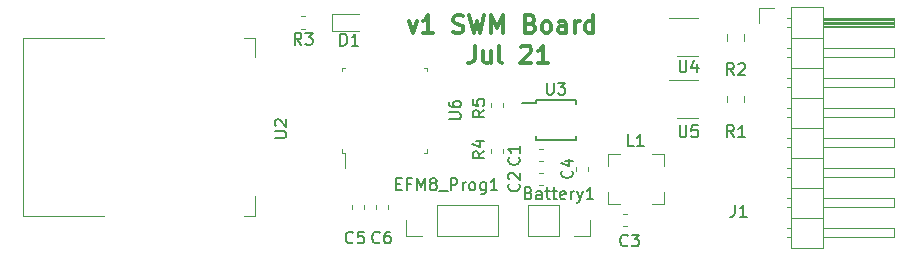
<source format=gbr>
%TF.GenerationSoftware,KiCad,Pcbnew,(5.1.6)-1*%
%TF.CreationDate,2021-07-28T23:36:17+08:00*%
%TF.ProjectId,wireless_measurement_ard,77697265-6c65-4737-935f-6d6561737572,rev?*%
%TF.SameCoordinates,Original*%
%TF.FileFunction,Legend,Top*%
%TF.FilePolarity,Positive*%
%FSLAX46Y46*%
G04 Gerber Fmt 4.6, Leading zero omitted, Abs format (unit mm)*
G04 Created by KiCad (PCBNEW (5.1.6)-1) date 2021-07-28 23:36:17*
%MOMM*%
%LPD*%
G01*
G04 APERTURE LIST*
%ADD10C,0.300000*%
%ADD11C,0.150000*%
%ADD12C,0.120000*%
G04 APERTURE END LIST*
D10*
X144285714Y-76653571D02*
X144642857Y-77653571D01*
X145000000Y-76653571D01*
X146357142Y-77653571D02*
X145500000Y-77653571D01*
X145928571Y-77653571D02*
X145928571Y-76153571D01*
X145785714Y-76367857D01*
X145642857Y-76510714D01*
X145500000Y-76582142D01*
X148071428Y-77582142D02*
X148285714Y-77653571D01*
X148642857Y-77653571D01*
X148785714Y-77582142D01*
X148857142Y-77510714D01*
X148928571Y-77367857D01*
X148928571Y-77225000D01*
X148857142Y-77082142D01*
X148785714Y-77010714D01*
X148642857Y-76939285D01*
X148357142Y-76867857D01*
X148214285Y-76796428D01*
X148142857Y-76725000D01*
X148071428Y-76582142D01*
X148071428Y-76439285D01*
X148142857Y-76296428D01*
X148214285Y-76225000D01*
X148357142Y-76153571D01*
X148714285Y-76153571D01*
X148928571Y-76225000D01*
X149428571Y-76153571D02*
X149785714Y-77653571D01*
X150071428Y-76582142D01*
X150357142Y-77653571D01*
X150714285Y-76153571D01*
X151285714Y-77653571D02*
X151285714Y-76153571D01*
X151785714Y-77225000D01*
X152285714Y-76153571D01*
X152285714Y-77653571D01*
X154642857Y-76867857D02*
X154857142Y-76939285D01*
X154928571Y-77010714D01*
X155000000Y-77153571D01*
X155000000Y-77367857D01*
X154928571Y-77510714D01*
X154857142Y-77582142D01*
X154714285Y-77653571D01*
X154142857Y-77653571D01*
X154142857Y-76153571D01*
X154642857Y-76153571D01*
X154785714Y-76225000D01*
X154857142Y-76296428D01*
X154928571Y-76439285D01*
X154928571Y-76582142D01*
X154857142Y-76725000D01*
X154785714Y-76796428D01*
X154642857Y-76867857D01*
X154142857Y-76867857D01*
X155857142Y-77653571D02*
X155714285Y-77582142D01*
X155642857Y-77510714D01*
X155571428Y-77367857D01*
X155571428Y-76939285D01*
X155642857Y-76796428D01*
X155714285Y-76725000D01*
X155857142Y-76653571D01*
X156071428Y-76653571D01*
X156214285Y-76725000D01*
X156285714Y-76796428D01*
X156357142Y-76939285D01*
X156357142Y-77367857D01*
X156285714Y-77510714D01*
X156214285Y-77582142D01*
X156071428Y-77653571D01*
X155857142Y-77653571D01*
X157642857Y-77653571D02*
X157642857Y-76867857D01*
X157571428Y-76725000D01*
X157428571Y-76653571D01*
X157142857Y-76653571D01*
X157000000Y-76725000D01*
X157642857Y-77582142D02*
X157500000Y-77653571D01*
X157142857Y-77653571D01*
X157000000Y-77582142D01*
X156928571Y-77439285D01*
X156928571Y-77296428D01*
X157000000Y-77153571D01*
X157142857Y-77082142D01*
X157500000Y-77082142D01*
X157642857Y-77010714D01*
X158357142Y-77653571D02*
X158357142Y-76653571D01*
X158357142Y-76939285D02*
X158428571Y-76796428D01*
X158500000Y-76725000D01*
X158642857Y-76653571D01*
X158785714Y-76653571D01*
X159928571Y-77653571D02*
X159928571Y-76153571D01*
X159928571Y-77582142D02*
X159785714Y-77653571D01*
X159500000Y-77653571D01*
X159357142Y-77582142D01*
X159285714Y-77510714D01*
X159214285Y-77367857D01*
X159214285Y-76939285D01*
X159285714Y-76796428D01*
X159357142Y-76725000D01*
X159500000Y-76653571D01*
X159785714Y-76653571D01*
X159928571Y-76725000D01*
X149892857Y-78703571D02*
X149892857Y-79775000D01*
X149821428Y-79989285D01*
X149678571Y-80132142D01*
X149464285Y-80203571D01*
X149321428Y-80203571D01*
X151250000Y-79203571D02*
X151250000Y-80203571D01*
X150607142Y-79203571D02*
X150607142Y-79989285D01*
X150678571Y-80132142D01*
X150821428Y-80203571D01*
X151035714Y-80203571D01*
X151178571Y-80132142D01*
X151250000Y-80060714D01*
X152178571Y-80203571D02*
X152035714Y-80132142D01*
X151964285Y-79989285D01*
X151964285Y-78703571D01*
X153821428Y-78846428D02*
X153892857Y-78775000D01*
X154035714Y-78703571D01*
X154392857Y-78703571D01*
X154535714Y-78775000D01*
X154607142Y-78846428D01*
X154678571Y-78989285D01*
X154678571Y-79132142D01*
X154607142Y-79346428D01*
X153750000Y-80203571D01*
X154678571Y-80203571D01*
X156107142Y-80203571D02*
X155250000Y-80203571D01*
X155678571Y-80203571D02*
X155678571Y-78703571D01*
X155535714Y-78917857D01*
X155392857Y-79060714D01*
X155250000Y-79132142D01*
D11*
%TO.C,U3*%
X155075000Y-83550000D02*
X153850000Y-83550000D01*
X155075000Y-86675000D02*
X158425000Y-86675000D01*
X155075000Y-83325000D02*
X158425000Y-83325000D01*
X155075000Y-86675000D02*
X155075000Y-86375000D01*
X158425000Y-86675000D02*
X158425000Y-86375000D01*
X158425000Y-83325000D02*
X158425000Y-83625000D01*
X155075000Y-83325000D02*
X155075000Y-83550000D01*
D12*
%TO.C,EFM8_Prog1*%
X144090000Y-94830000D02*
X144090000Y-93500000D01*
X145420000Y-94830000D02*
X144090000Y-94830000D01*
X146690000Y-94830000D02*
X146690000Y-92170000D01*
X146690000Y-92170000D02*
X151830000Y-92170000D01*
X146690000Y-94830000D02*
X151830000Y-94830000D01*
X151830000Y-94830000D02*
X151830000Y-92170000D01*
%TO.C,U6*%
X138940000Y-87785000D02*
X138940000Y-89100000D01*
X138640000Y-87785000D02*
X138940000Y-87785000D01*
X138640000Y-87485000D02*
X138640000Y-87785000D01*
X138640000Y-80565000D02*
X138940000Y-80565000D01*
X138640000Y-80865000D02*
X138640000Y-80565000D01*
X145860000Y-87785000D02*
X145560000Y-87785000D01*
X145860000Y-87485000D02*
X145860000Y-87785000D01*
X145860000Y-80565000D02*
X145560000Y-80565000D01*
X145860000Y-80865000D02*
X145860000Y-80565000D01*
%TO.C,C6*%
X141490000Y-92203733D02*
X141490000Y-92546267D01*
X142510000Y-92203733D02*
X142510000Y-92546267D01*
%TO.C,C5*%
X139490000Y-92203733D02*
X139490000Y-92546267D01*
X140510000Y-92203733D02*
X140510000Y-92546267D01*
%TO.C,R5*%
X151240000Y-83578733D02*
X151240000Y-83921267D01*
X152260000Y-83578733D02*
X152260000Y-83921267D01*
%TO.C,R4*%
X151240000Y-87453733D02*
X151240000Y-87796267D01*
X152260000Y-87453733D02*
X152260000Y-87796267D01*
%TO.C,L1*%
X161140000Y-92110000D02*
X162165000Y-92110000D01*
X165910000Y-92110000D02*
X164885000Y-92110000D01*
X161140000Y-92110000D02*
X161140000Y-91085000D01*
X165910000Y-92110000D02*
X165910000Y-91085000D01*
X165910000Y-87890000D02*
X165910000Y-88915000D01*
X165910000Y-87890000D02*
X164885000Y-87890000D01*
X161140000Y-87890000D02*
X162165000Y-87890000D01*
X161140000Y-87890000D02*
X161140000Y-88915000D01*
%TO.C,J1*%
X173980000Y-75480000D02*
X175250000Y-75480000D01*
X173980000Y-76750000D02*
X173980000Y-75480000D01*
X176292929Y-94910000D02*
X176690000Y-94910000D01*
X176292929Y-94150000D02*
X176690000Y-94150000D01*
X185350000Y-94910000D02*
X179350000Y-94910000D01*
X185350000Y-94150000D02*
X185350000Y-94910000D01*
X179350000Y-94150000D02*
X185350000Y-94150000D01*
X176690000Y-93260000D02*
X179350000Y-93260000D01*
X176292929Y-92370000D02*
X176690000Y-92370000D01*
X176292929Y-91610000D02*
X176690000Y-91610000D01*
X185350000Y-92370000D02*
X179350000Y-92370000D01*
X185350000Y-91610000D02*
X185350000Y-92370000D01*
X179350000Y-91610000D02*
X185350000Y-91610000D01*
X176690000Y-90720000D02*
X179350000Y-90720000D01*
X176292929Y-89830000D02*
X176690000Y-89830000D01*
X176292929Y-89070000D02*
X176690000Y-89070000D01*
X185350000Y-89830000D02*
X179350000Y-89830000D01*
X185350000Y-89070000D02*
X185350000Y-89830000D01*
X179350000Y-89070000D02*
X185350000Y-89070000D01*
X176690000Y-88180000D02*
X179350000Y-88180000D01*
X176292929Y-87290000D02*
X176690000Y-87290000D01*
X176292929Y-86530000D02*
X176690000Y-86530000D01*
X185350000Y-87290000D02*
X179350000Y-87290000D01*
X185350000Y-86530000D02*
X185350000Y-87290000D01*
X179350000Y-86530000D02*
X185350000Y-86530000D01*
X176690000Y-85640000D02*
X179350000Y-85640000D01*
X176292929Y-84750000D02*
X176690000Y-84750000D01*
X176292929Y-83990000D02*
X176690000Y-83990000D01*
X185350000Y-84750000D02*
X179350000Y-84750000D01*
X185350000Y-83990000D02*
X185350000Y-84750000D01*
X179350000Y-83990000D02*
X185350000Y-83990000D01*
X176690000Y-83100000D02*
X179350000Y-83100000D01*
X176292929Y-82210000D02*
X176690000Y-82210000D01*
X176292929Y-81450000D02*
X176690000Y-81450000D01*
X185350000Y-82210000D02*
X179350000Y-82210000D01*
X185350000Y-81450000D02*
X185350000Y-82210000D01*
X179350000Y-81450000D02*
X185350000Y-81450000D01*
X176690000Y-80560000D02*
X179350000Y-80560000D01*
X176292929Y-79670000D02*
X176690000Y-79670000D01*
X176292929Y-78910000D02*
X176690000Y-78910000D01*
X185350000Y-79670000D02*
X179350000Y-79670000D01*
X185350000Y-78910000D02*
X185350000Y-79670000D01*
X179350000Y-78910000D02*
X185350000Y-78910000D01*
X176690000Y-78020000D02*
X179350000Y-78020000D01*
X176360000Y-77130000D02*
X176690000Y-77130000D01*
X176360000Y-76370000D02*
X176690000Y-76370000D01*
X179350000Y-77030000D02*
X185350000Y-77030000D01*
X179350000Y-76910000D02*
X185350000Y-76910000D01*
X179350000Y-76790000D02*
X185350000Y-76790000D01*
X179350000Y-76670000D02*
X185350000Y-76670000D01*
X179350000Y-76550000D02*
X185350000Y-76550000D01*
X179350000Y-76430000D02*
X185350000Y-76430000D01*
X185350000Y-77130000D02*
X179350000Y-77130000D01*
X185350000Y-76370000D02*
X185350000Y-77130000D01*
X179350000Y-76370000D02*
X185350000Y-76370000D01*
X179350000Y-75420000D02*
X176690000Y-75420000D01*
X179350000Y-95860000D02*
X179350000Y-75420000D01*
X176690000Y-95860000D02*
X179350000Y-95860000D01*
X176690000Y-75420000D02*
X176690000Y-95860000D01*
%TO.C,C3*%
X162453733Y-94010000D02*
X162796267Y-94010000D01*
X162453733Y-92990000D02*
X162796267Y-92990000D01*
%TO.C,C2*%
X155328733Y-90510000D02*
X155671267Y-90510000D01*
X155328733Y-89490000D02*
X155671267Y-89490000D01*
%TO.C,Battery1*%
X159620000Y-93500000D02*
X159620000Y-94830000D01*
X159620000Y-94830000D02*
X158290000Y-94830000D01*
X157020000Y-94830000D02*
X154420000Y-94830000D01*
X154420000Y-92170000D02*
X154420000Y-94830000D01*
X157020000Y-92170000D02*
X154420000Y-92170000D01*
X157020000Y-92170000D02*
X157020000Y-94830000D01*
%TO.C,C4*%
X159510000Y-89296267D02*
X159510000Y-88953733D01*
X158490000Y-89296267D02*
X158490000Y-88953733D01*
%TO.C,C1*%
X155328733Y-88510000D02*
X155671267Y-88510000D01*
X155328733Y-87490000D02*
X155671267Y-87490000D01*
%TO.C,U5*%
X168800000Y-81590000D02*
X166350000Y-81590000D01*
X167000000Y-84810000D02*
X168800000Y-84810000D01*
%TO.C,U4*%
X168800000Y-76340000D02*
X166350000Y-76340000D01*
X167000000Y-79560000D02*
X168800000Y-79560000D01*
%TO.C,U2*%
X118462800Y-93102600D02*
X111602800Y-93102600D01*
X111602800Y-93102600D02*
X111602800Y-78042600D01*
X111602800Y-78042600D02*
X118462800Y-78042600D01*
X130362800Y-93102600D02*
X131322800Y-93102600D01*
X131322800Y-93102600D02*
X131322800Y-91472600D01*
X131322800Y-79672600D02*
X131322800Y-78042600D01*
X131322800Y-78042600D02*
X130362800Y-78042600D01*
%TO.C,R2*%
X171290000Y-77763748D02*
X171290000Y-78286252D01*
X172710000Y-77763748D02*
X172710000Y-78286252D01*
%TO.C,R1*%
X171290000Y-82988748D02*
X171290000Y-83511252D01*
X172710000Y-82988748D02*
X172710000Y-83511252D01*
%TO.C,D1*%
X137802500Y-77485000D02*
X140087500Y-77485000D01*
X137802500Y-76015000D02*
X137802500Y-77485000D01*
X140087500Y-76015000D02*
X137802500Y-76015000D01*
%TO.C,R3*%
X135546267Y-76240000D02*
X135203733Y-76240000D01*
X135546267Y-77260000D02*
X135203733Y-77260000D01*
%TO.C,U3*%
D11*
X155988095Y-81852380D02*
X155988095Y-82661904D01*
X156035714Y-82757142D01*
X156083333Y-82804761D01*
X156178571Y-82852380D01*
X156369047Y-82852380D01*
X156464285Y-82804761D01*
X156511904Y-82757142D01*
X156559523Y-82661904D01*
X156559523Y-81852380D01*
X156940476Y-81852380D02*
X157559523Y-81852380D01*
X157226190Y-82233333D01*
X157369047Y-82233333D01*
X157464285Y-82280952D01*
X157511904Y-82328571D01*
X157559523Y-82423809D01*
X157559523Y-82661904D01*
X157511904Y-82757142D01*
X157464285Y-82804761D01*
X157369047Y-82852380D01*
X157083333Y-82852380D01*
X156988095Y-82804761D01*
X156940476Y-82757142D01*
%TO.C,EFM8_Prog1*%
X143238095Y-90428571D02*
X143571428Y-90428571D01*
X143714285Y-90952380D02*
X143238095Y-90952380D01*
X143238095Y-89952380D01*
X143714285Y-89952380D01*
X144476190Y-90428571D02*
X144142857Y-90428571D01*
X144142857Y-90952380D02*
X144142857Y-89952380D01*
X144619047Y-89952380D01*
X145000000Y-90952380D02*
X145000000Y-89952380D01*
X145333333Y-90666666D01*
X145666666Y-89952380D01*
X145666666Y-90952380D01*
X146285714Y-90380952D02*
X146190476Y-90333333D01*
X146142857Y-90285714D01*
X146095238Y-90190476D01*
X146095238Y-90142857D01*
X146142857Y-90047619D01*
X146190476Y-90000000D01*
X146285714Y-89952380D01*
X146476190Y-89952380D01*
X146571428Y-90000000D01*
X146619047Y-90047619D01*
X146666666Y-90142857D01*
X146666666Y-90190476D01*
X146619047Y-90285714D01*
X146571428Y-90333333D01*
X146476190Y-90380952D01*
X146285714Y-90380952D01*
X146190476Y-90428571D01*
X146142857Y-90476190D01*
X146095238Y-90571428D01*
X146095238Y-90761904D01*
X146142857Y-90857142D01*
X146190476Y-90904761D01*
X146285714Y-90952380D01*
X146476190Y-90952380D01*
X146571428Y-90904761D01*
X146619047Y-90857142D01*
X146666666Y-90761904D01*
X146666666Y-90571428D01*
X146619047Y-90476190D01*
X146571428Y-90428571D01*
X146476190Y-90380952D01*
X146857142Y-91047619D02*
X147619047Y-91047619D01*
X147857142Y-90952380D02*
X147857142Y-89952380D01*
X148238095Y-89952380D01*
X148333333Y-90000000D01*
X148380952Y-90047619D01*
X148428571Y-90142857D01*
X148428571Y-90285714D01*
X148380952Y-90380952D01*
X148333333Y-90428571D01*
X148238095Y-90476190D01*
X147857142Y-90476190D01*
X148857142Y-90952380D02*
X148857142Y-90285714D01*
X148857142Y-90476190D02*
X148904761Y-90380952D01*
X148952380Y-90333333D01*
X149047619Y-90285714D01*
X149142857Y-90285714D01*
X149619047Y-90952380D02*
X149523809Y-90904761D01*
X149476190Y-90857142D01*
X149428571Y-90761904D01*
X149428571Y-90476190D01*
X149476190Y-90380952D01*
X149523809Y-90333333D01*
X149619047Y-90285714D01*
X149761904Y-90285714D01*
X149857142Y-90333333D01*
X149904761Y-90380952D01*
X149952380Y-90476190D01*
X149952380Y-90761904D01*
X149904761Y-90857142D01*
X149857142Y-90904761D01*
X149761904Y-90952380D01*
X149619047Y-90952380D01*
X150809523Y-90285714D02*
X150809523Y-91095238D01*
X150761904Y-91190476D01*
X150714285Y-91238095D01*
X150619047Y-91285714D01*
X150476190Y-91285714D01*
X150380952Y-91238095D01*
X150809523Y-90904761D02*
X150714285Y-90952380D01*
X150523809Y-90952380D01*
X150428571Y-90904761D01*
X150380952Y-90857142D01*
X150333333Y-90761904D01*
X150333333Y-90476190D01*
X150380952Y-90380952D01*
X150428571Y-90333333D01*
X150523809Y-90285714D01*
X150714285Y-90285714D01*
X150809523Y-90333333D01*
X151809523Y-90952380D02*
X151238095Y-90952380D01*
X151523809Y-90952380D02*
X151523809Y-89952380D01*
X151428571Y-90095238D01*
X151333333Y-90190476D01*
X151238095Y-90238095D01*
%TO.C,U6*%
X147702380Y-84936904D02*
X148511904Y-84936904D01*
X148607142Y-84889285D01*
X148654761Y-84841666D01*
X148702380Y-84746428D01*
X148702380Y-84555952D01*
X148654761Y-84460714D01*
X148607142Y-84413095D01*
X148511904Y-84365476D01*
X147702380Y-84365476D01*
X147702380Y-83460714D02*
X147702380Y-83651190D01*
X147750000Y-83746428D01*
X147797619Y-83794047D01*
X147940476Y-83889285D01*
X148130952Y-83936904D01*
X148511904Y-83936904D01*
X148607142Y-83889285D01*
X148654761Y-83841666D01*
X148702380Y-83746428D01*
X148702380Y-83555952D01*
X148654761Y-83460714D01*
X148607142Y-83413095D01*
X148511904Y-83365476D01*
X148273809Y-83365476D01*
X148178571Y-83413095D01*
X148130952Y-83460714D01*
X148083333Y-83555952D01*
X148083333Y-83746428D01*
X148130952Y-83841666D01*
X148178571Y-83889285D01*
X148273809Y-83936904D01*
%TO.C,C6*%
X141833333Y-95357142D02*
X141785714Y-95404761D01*
X141642857Y-95452380D01*
X141547619Y-95452380D01*
X141404761Y-95404761D01*
X141309523Y-95309523D01*
X141261904Y-95214285D01*
X141214285Y-95023809D01*
X141214285Y-94880952D01*
X141261904Y-94690476D01*
X141309523Y-94595238D01*
X141404761Y-94500000D01*
X141547619Y-94452380D01*
X141642857Y-94452380D01*
X141785714Y-94500000D01*
X141833333Y-94547619D01*
X142690476Y-94452380D02*
X142500000Y-94452380D01*
X142404761Y-94500000D01*
X142357142Y-94547619D01*
X142261904Y-94690476D01*
X142214285Y-94880952D01*
X142214285Y-95261904D01*
X142261904Y-95357142D01*
X142309523Y-95404761D01*
X142404761Y-95452380D01*
X142595238Y-95452380D01*
X142690476Y-95404761D01*
X142738095Y-95357142D01*
X142785714Y-95261904D01*
X142785714Y-95023809D01*
X142738095Y-94928571D01*
X142690476Y-94880952D01*
X142595238Y-94833333D01*
X142404761Y-94833333D01*
X142309523Y-94880952D01*
X142261904Y-94928571D01*
X142214285Y-95023809D01*
%TO.C,C5*%
X139583333Y-95357142D02*
X139535714Y-95404761D01*
X139392857Y-95452380D01*
X139297619Y-95452380D01*
X139154761Y-95404761D01*
X139059523Y-95309523D01*
X139011904Y-95214285D01*
X138964285Y-95023809D01*
X138964285Y-94880952D01*
X139011904Y-94690476D01*
X139059523Y-94595238D01*
X139154761Y-94500000D01*
X139297619Y-94452380D01*
X139392857Y-94452380D01*
X139535714Y-94500000D01*
X139583333Y-94547619D01*
X140488095Y-94452380D02*
X140011904Y-94452380D01*
X139964285Y-94928571D01*
X140011904Y-94880952D01*
X140107142Y-94833333D01*
X140345238Y-94833333D01*
X140440476Y-94880952D01*
X140488095Y-94928571D01*
X140535714Y-95023809D01*
X140535714Y-95261904D01*
X140488095Y-95357142D01*
X140440476Y-95404761D01*
X140345238Y-95452380D01*
X140107142Y-95452380D01*
X140011904Y-95404761D01*
X139964285Y-95357142D01*
%TO.C,R5*%
X150702380Y-84166666D02*
X150226190Y-84500000D01*
X150702380Y-84738095D02*
X149702380Y-84738095D01*
X149702380Y-84357142D01*
X149750000Y-84261904D01*
X149797619Y-84214285D01*
X149892857Y-84166666D01*
X150035714Y-84166666D01*
X150130952Y-84214285D01*
X150178571Y-84261904D01*
X150226190Y-84357142D01*
X150226190Y-84738095D01*
X149702380Y-83261904D02*
X149702380Y-83738095D01*
X150178571Y-83785714D01*
X150130952Y-83738095D01*
X150083333Y-83642857D01*
X150083333Y-83404761D01*
X150130952Y-83309523D01*
X150178571Y-83261904D01*
X150273809Y-83214285D01*
X150511904Y-83214285D01*
X150607142Y-83261904D01*
X150654761Y-83309523D01*
X150702380Y-83404761D01*
X150702380Y-83642857D01*
X150654761Y-83738095D01*
X150607142Y-83785714D01*
%TO.C,R4*%
X150702380Y-87666666D02*
X150226190Y-88000000D01*
X150702380Y-88238095D02*
X149702380Y-88238095D01*
X149702380Y-87857142D01*
X149750000Y-87761904D01*
X149797619Y-87714285D01*
X149892857Y-87666666D01*
X150035714Y-87666666D01*
X150130952Y-87714285D01*
X150178571Y-87761904D01*
X150226190Y-87857142D01*
X150226190Y-88238095D01*
X150035714Y-86809523D02*
X150702380Y-86809523D01*
X149654761Y-87047619D02*
X150369047Y-87285714D01*
X150369047Y-86666666D01*
%TO.C,L1*%
X163333333Y-87202380D02*
X162857142Y-87202380D01*
X162857142Y-86202380D01*
X164190476Y-87202380D02*
X163619047Y-87202380D01*
X163904761Y-87202380D02*
X163904761Y-86202380D01*
X163809523Y-86345238D01*
X163714285Y-86440476D01*
X163619047Y-86488095D01*
%TO.C,J1*%
X171916666Y-92202380D02*
X171916666Y-92916666D01*
X171869047Y-93059523D01*
X171773809Y-93154761D01*
X171630952Y-93202380D01*
X171535714Y-93202380D01*
X172916666Y-93202380D02*
X172345238Y-93202380D01*
X172630952Y-93202380D02*
X172630952Y-92202380D01*
X172535714Y-92345238D01*
X172440476Y-92440476D01*
X172345238Y-92488095D01*
%TO.C,C3*%
X162833333Y-95607142D02*
X162785714Y-95654761D01*
X162642857Y-95702380D01*
X162547619Y-95702380D01*
X162404761Y-95654761D01*
X162309523Y-95559523D01*
X162261904Y-95464285D01*
X162214285Y-95273809D01*
X162214285Y-95130952D01*
X162261904Y-94940476D01*
X162309523Y-94845238D01*
X162404761Y-94750000D01*
X162547619Y-94702380D01*
X162642857Y-94702380D01*
X162785714Y-94750000D01*
X162833333Y-94797619D01*
X163166666Y-94702380D02*
X163785714Y-94702380D01*
X163452380Y-95083333D01*
X163595238Y-95083333D01*
X163690476Y-95130952D01*
X163738095Y-95178571D01*
X163785714Y-95273809D01*
X163785714Y-95511904D01*
X163738095Y-95607142D01*
X163690476Y-95654761D01*
X163595238Y-95702380D01*
X163309523Y-95702380D01*
X163214285Y-95654761D01*
X163166666Y-95607142D01*
%TO.C,C2*%
X153607142Y-90416666D02*
X153654761Y-90464285D01*
X153702380Y-90607142D01*
X153702380Y-90702380D01*
X153654761Y-90845238D01*
X153559523Y-90940476D01*
X153464285Y-90988095D01*
X153273809Y-91035714D01*
X153130952Y-91035714D01*
X152940476Y-90988095D01*
X152845238Y-90940476D01*
X152750000Y-90845238D01*
X152702380Y-90702380D01*
X152702380Y-90607142D01*
X152750000Y-90464285D01*
X152797619Y-90416666D01*
X152797619Y-90035714D02*
X152750000Y-89988095D01*
X152702380Y-89892857D01*
X152702380Y-89654761D01*
X152750000Y-89559523D01*
X152797619Y-89511904D01*
X152892857Y-89464285D01*
X152988095Y-89464285D01*
X153130952Y-89511904D01*
X153702380Y-90083333D01*
X153702380Y-89464285D01*
%TO.C,Battery1*%
X154452380Y-91178571D02*
X154595238Y-91226190D01*
X154642857Y-91273809D01*
X154690476Y-91369047D01*
X154690476Y-91511904D01*
X154642857Y-91607142D01*
X154595238Y-91654761D01*
X154500000Y-91702380D01*
X154119047Y-91702380D01*
X154119047Y-90702380D01*
X154452380Y-90702380D01*
X154547619Y-90750000D01*
X154595238Y-90797619D01*
X154642857Y-90892857D01*
X154642857Y-90988095D01*
X154595238Y-91083333D01*
X154547619Y-91130952D01*
X154452380Y-91178571D01*
X154119047Y-91178571D01*
X155547619Y-91702380D02*
X155547619Y-91178571D01*
X155500000Y-91083333D01*
X155404761Y-91035714D01*
X155214285Y-91035714D01*
X155119047Y-91083333D01*
X155547619Y-91654761D02*
X155452380Y-91702380D01*
X155214285Y-91702380D01*
X155119047Y-91654761D01*
X155071428Y-91559523D01*
X155071428Y-91464285D01*
X155119047Y-91369047D01*
X155214285Y-91321428D01*
X155452380Y-91321428D01*
X155547619Y-91273809D01*
X155880952Y-91035714D02*
X156261904Y-91035714D01*
X156023809Y-90702380D02*
X156023809Y-91559523D01*
X156071428Y-91654761D01*
X156166666Y-91702380D01*
X156261904Y-91702380D01*
X156452380Y-91035714D02*
X156833333Y-91035714D01*
X156595238Y-90702380D02*
X156595238Y-91559523D01*
X156642857Y-91654761D01*
X156738095Y-91702380D01*
X156833333Y-91702380D01*
X157547619Y-91654761D02*
X157452380Y-91702380D01*
X157261904Y-91702380D01*
X157166666Y-91654761D01*
X157119047Y-91559523D01*
X157119047Y-91178571D01*
X157166666Y-91083333D01*
X157261904Y-91035714D01*
X157452380Y-91035714D01*
X157547619Y-91083333D01*
X157595238Y-91178571D01*
X157595238Y-91273809D01*
X157119047Y-91369047D01*
X158023809Y-91702380D02*
X158023809Y-91035714D01*
X158023809Y-91226190D02*
X158071428Y-91130952D01*
X158119047Y-91083333D01*
X158214285Y-91035714D01*
X158309523Y-91035714D01*
X158547619Y-91035714D02*
X158785714Y-91702380D01*
X159023809Y-91035714D02*
X158785714Y-91702380D01*
X158690476Y-91940476D01*
X158642857Y-91988095D01*
X158547619Y-92035714D01*
X159928571Y-91702380D02*
X159357142Y-91702380D01*
X159642857Y-91702380D02*
X159642857Y-90702380D01*
X159547619Y-90845238D01*
X159452380Y-90940476D01*
X159357142Y-90988095D01*
%TO.C,C4*%
X158107142Y-89291666D02*
X158154761Y-89339285D01*
X158202380Y-89482142D01*
X158202380Y-89577380D01*
X158154761Y-89720238D01*
X158059523Y-89815476D01*
X157964285Y-89863095D01*
X157773809Y-89910714D01*
X157630952Y-89910714D01*
X157440476Y-89863095D01*
X157345238Y-89815476D01*
X157250000Y-89720238D01*
X157202380Y-89577380D01*
X157202380Y-89482142D01*
X157250000Y-89339285D01*
X157297619Y-89291666D01*
X157535714Y-88434523D02*
X158202380Y-88434523D01*
X157154761Y-88672619D02*
X157869047Y-88910714D01*
X157869047Y-88291666D01*
%TO.C,C1*%
X153607142Y-88166666D02*
X153654761Y-88214285D01*
X153702380Y-88357142D01*
X153702380Y-88452380D01*
X153654761Y-88595238D01*
X153559523Y-88690476D01*
X153464285Y-88738095D01*
X153273809Y-88785714D01*
X153130952Y-88785714D01*
X152940476Y-88738095D01*
X152845238Y-88690476D01*
X152750000Y-88595238D01*
X152702380Y-88452380D01*
X152702380Y-88357142D01*
X152750000Y-88214285D01*
X152797619Y-88166666D01*
X153702380Y-87214285D02*
X153702380Y-87785714D01*
X153702380Y-87500000D02*
X152702380Y-87500000D01*
X152845238Y-87595238D01*
X152940476Y-87690476D01*
X152988095Y-87785714D01*
%TO.C,U5*%
X167238095Y-85452380D02*
X167238095Y-86261904D01*
X167285714Y-86357142D01*
X167333333Y-86404761D01*
X167428571Y-86452380D01*
X167619047Y-86452380D01*
X167714285Y-86404761D01*
X167761904Y-86357142D01*
X167809523Y-86261904D01*
X167809523Y-85452380D01*
X168761904Y-85452380D02*
X168285714Y-85452380D01*
X168238095Y-85928571D01*
X168285714Y-85880952D01*
X168380952Y-85833333D01*
X168619047Y-85833333D01*
X168714285Y-85880952D01*
X168761904Y-85928571D01*
X168809523Y-86023809D01*
X168809523Y-86261904D01*
X168761904Y-86357142D01*
X168714285Y-86404761D01*
X168619047Y-86452380D01*
X168380952Y-86452380D01*
X168285714Y-86404761D01*
X168238095Y-86357142D01*
%TO.C,U4*%
X167238095Y-79952380D02*
X167238095Y-80761904D01*
X167285714Y-80857142D01*
X167333333Y-80904761D01*
X167428571Y-80952380D01*
X167619047Y-80952380D01*
X167714285Y-80904761D01*
X167761904Y-80857142D01*
X167809523Y-80761904D01*
X167809523Y-79952380D01*
X168714285Y-80285714D02*
X168714285Y-80952380D01*
X168476190Y-79904761D02*
X168238095Y-80619047D01*
X168857142Y-80619047D01*
%TO.C,U2*%
X132952380Y-86511904D02*
X133761904Y-86511904D01*
X133857142Y-86464285D01*
X133904761Y-86416666D01*
X133952380Y-86321428D01*
X133952380Y-86130952D01*
X133904761Y-86035714D01*
X133857142Y-85988095D01*
X133761904Y-85940476D01*
X132952380Y-85940476D01*
X133047619Y-85511904D02*
X133000000Y-85464285D01*
X132952380Y-85369047D01*
X132952380Y-85130952D01*
X133000000Y-85035714D01*
X133047619Y-84988095D01*
X133142857Y-84940476D01*
X133238095Y-84940476D01*
X133380952Y-84988095D01*
X133952380Y-85559523D01*
X133952380Y-84940476D01*
%TO.C,R2*%
X171833333Y-81202380D02*
X171500000Y-80726190D01*
X171261904Y-81202380D02*
X171261904Y-80202380D01*
X171642857Y-80202380D01*
X171738095Y-80250000D01*
X171785714Y-80297619D01*
X171833333Y-80392857D01*
X171833333Y-80535714D01*
X171785714Y-80630952D01*
X171738095Y-80678571D01*
X171642857Y-80726190D01*
X171261904Y-80726190D01*
X172214285Y-80297619D02*
X172261904Y-80250000D01*
X172357142Y-80202380D01*
X172595238Y-80202380D01*
X172690476Y-80250000D01*
X172738095Y-80297619D01*
X172785714Y-80392857D01*
X172785714Y-80488095D01*
X172738095Y-80630952D01*
X172166666Y-81202380D01*
X172785714Y-81202380D01*
%TO.C,R1*%
X171833333Y-86452380D02*
X171500000Y-85976190D01*
X171261904Y-86452380D02*
X171261904Y-85452380D01*
X171642857Y-85452380D01*
X171738095Y-85500000D01*
X171785714Y-85547619D01*
X171833333Y-85642857D01*
X171833333Y-85785714D01*
X171785714Y-85880952D01*
X171738095Y-85928571D01*
X171642857Y-85976190D01*
X171261904Y-85976190D01*
X172785714Y-86452380D02*
X172214285Y-86452380D01*
X172500000Y-86452380D02*
X172500000Y-85452380D01*
X172404761Y-85595238D01*
X172309523Y-85690476D01*
X172214285Y-85738095D01*
%TO.C,D1*%
X138511904Y-78702380D02*
X138511904Y-77702380D01*
X138750000Y-77702380D01*
X138892857Y-77750000D01*
X138988095Y-77845238D01*
X139035714Y-77940476D01*
X139083333Y-78130952D01*
X139083333Y-78273809D01*
X139035714Y-78464285D01*
X138988095Y-78559523D01*
X138892857Y-78654761D01*
X138750000Y-78702380D01*
X138511904Y-78702380D01*
X140035714Y-78702380D02*
X139464285Y-78702380D01*
X139750000Y-78702380D02*
X139750000Y-77702380D01*
X139654761Y-77845238D01*
X139559523Y-77940476D01*
X139464285Y-77988095D01*
%TO.C,R3*%
X135208333Y-78632380D02*
X134875000Y-78156190D01*
X134636904Y-78632380D02*
X134636904Y-77632380D01*
X135017857Y-77632380D01*
X135113095Y-77680000D01*
X135160714Y-77727619D01*
X135208333Y-77822857D01*
X135208333Y-77965714D01*
X135160714Y-78060952D01*
X135113095Y-78108571D01*
X135017857Y-78156190D01*
X134636904Y-78156190D01*
X135541666Y-77632380D02*
X136160714Y-77632380D01*
X135827380Y-78013333D01*
X135970238Y-78013333D01*
X136065476Y-78060952D01*
X136113095Y-78108571D01*
X136160714Y-78203809D01*
X136160714Y-78441904D01*
X136113095Y-78537142D01*
X136065476Y-78584761D01*
X135970238Y-78632380D01*
X135684523Y-78632380D01*
X135589285Y-78584761D01*
X135541666Y-78537142D01*
%TD*%
M02*

</source>
